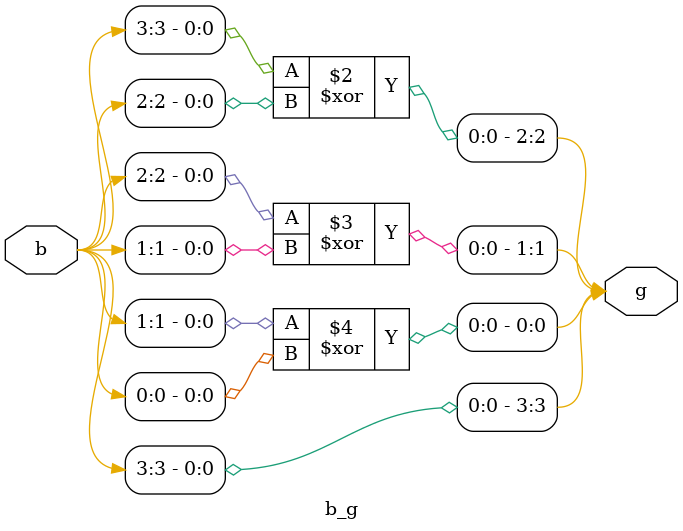
<source format=v>
module b_g(input [3:0] b, output reg [3:0] g);
  
    always @(*) begin
        g[3] = b[3];
        g[2] = b[3] ^ b[2];
        g[1] = b[2] ^ b[1];
        g[0] = b[1] ^ b[0];
    end
endmodule

</source>
